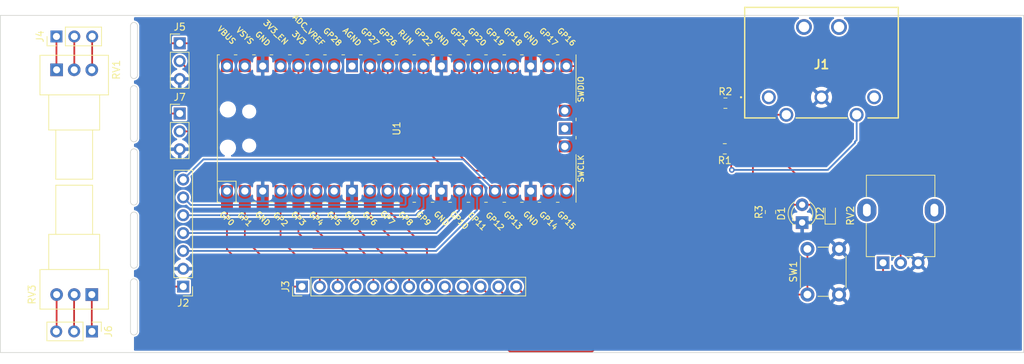
<source format=kicad_pcb>
(kicad_pcb (version 20211014) (generator pcbnew)
  (layers (0 "F.Cu" signal) (31 "B.Cu" signal) (34 "B.Paste" user) (35 "F.Paste" user) (36 "B.SilkS" user "B.Silkscreen") (37 "F.SilkS" user "F.Silkscreen") (38 "B.Mask" user) (39 "F.Mask" user) (44 "Edge.Cuts" user))
  (net 0 "")
  (net 1 "GND")
  (net 2 "Net-(D1-Pad2)")
  (net 5 "Net-(J1-Pad4)")
  (net 6 "Net-(J1-Pad5)")
  (net 7 "/MIDI_out")
  (net 8 "+3V3")
  (net 9 "/rate_led")
  (net 10 "/ADC_pitch")
  (net 11 "/ADC_rate")
  (net 12 "/ADC_mode")
  (net 13 "+5V")
  (net 14 "/oled_din")
  (net 15 "/oled_clk")
  (net 16 "/oled_cs")
  (net 17 "/oled_dc")
  (net 18 "/oled_rst")
  (net 19 "/minitel_kb0")
  (net 20 "/minitel_kb1")
  (net 21 "/minitel_kb2")
  (net 22 "/minitel_kb3")
  (net 23 "/minitel_kb4")
  (net 24 "/minitel_kb5")
  (net 25 "/minitel_kb6")
  (net 26 "/minitel_kb7")
  (net 27 "/minitel_kb8")
  (net 28 "/minitel_kb9")
  (net 29 "/minitel_kb10")
  (net 30 "/minitel_kb11")
  (net 31 "/minitel_kb12")
  (net 32 "/minitel_kb13")
  (net 33 "/minitel_kb14")
  (net 34 "/minitel_kb15")
  (net 43 "Net-(J4-Pad1)")
  (net 44 "Net-(J4-Pad2)")
  (net 45 "Net-(J4-Pad3)")
  (net 46 "Net-(J6-Pad1)")
  (net 47 "Net-(J6-Pad2)")
  (net 48 "Net-(J6-Pad3)")
  (footprint "LED_THT:LED_D3.0mm" (layer "F.Cu") (at 181 60.5 90)
    (fp_text reference "D1" (at 1.27 -2.96 90) (layer "F.SilkS"))
    (fp_text value "LED")
    (pad "1" thru_hole rect (at 0 0 90) (size 1.8 1.8) (drill 0.9) (layers *.Cu *.Mask) (net 1 "GND"))
    (pad "2" thru_hole circle (at 2.54 0 90) (size 1.8 1.8) (drill 0.9) (layers *.Cu *.Mask) (net 2 "Net-(D1-Pad2)"))
  )
  (footprint "Connector_PinHeader_2.54mm:PinHeader_1x03_P2.54mm_Vertical" (layer "F.Cu") (at 92.5 34.975)
    (fp_text reference "J5" (at 0 -2.33) (layer "F.SilkS"))
    (fp_text value "Conn_01x03")
    (pad "1" thru_hole rect (at 0 0) (size 1.7 1.7) (drill 1) (layers *.Cu *.Mask) (net 8 "+3V3"))
    (pad "2" thru_hole oval (at 0 2.54) (size 1.7 1.7) (drill 1) (layers *.Cu *.Mask) (net 10 "/ADC_pitch"))
    (pad "3" thru_hole oval (at 0 5.08) (size 1.7 1.7) (drill 1) (layers *.Cu *.Mask) (net 1 "GND"))
  )
  (footprint "Potentiometer_THT:Potentiometer_Alpha_RD901F-40-00D_Single_Vertical" (layer "F.Cu") (at 192.5 66.225 90)
    (fp_text reference "RV2" (at 6.71 -4.64 90) (layer "F.SilkS"))
    (fp_text value "R_Potentiometer")
    (pad "" thru_hole oval (at 7.5 -2.3 180) (size 2.72 3.24) (drill oval 1.1 1.8) (layers *.Cu *.Mask))
    (pad "" thru_hole oval (at 7.5 7.3 180) (size 2.72 3.24) (drill oval 1.1 1.8) (layers *.Cu *.Mask))
    (pad "1" thru_hole rect (at 0 0 180) (size 1.8 1.8) (drill 1) (layers *.Cu *.Mask) (net 8 "+3V3"))
    (pad "2" thru_hole circle (at 0 2.5 180) (size 1.8 1.8) (drill 1) (layers *.Cu *.Mask) (net 11 "/ADC_rate"))
    (pad "3" thru_hole circle (at 0 5 180) (size 1.8 1.8) (drill 1) (layers *.Cu *.Mask) (net 1 "GND"))
  )
  (footprint "Connector_PinHeader_2.54mm:PinHeader_1x03_P2.54mm_Vertical" (layer "F.Cu") (at 92.5 44.975)
    (fp_text reference "J7" (at 0 -2.33) (layer "F.SilkS"))
    (fp_text value "Conn_01x03")
    (pad "1" thru_hole rect (at 0 0) (size 1.7 1.7) (drill 1) (layers *.Cu *.Mask) (net 8 "+3V3"))
    (pad "2" thru_hole oval (at 0 2.54) (size 1.7 1.7) (drill 1) (layers *.Cu *.Mask) (net 12 "/ADC_mode"))
    (pad "3" thru_hole oval (at 0 5.08) (size 1.7 1.7) (drill 1) (layers *.Cu *.Mask) (net 1 "GND"))
  )
  (footprint "Connector_PinHeader_2.54mm:PinHeader_1x07_P2.54mm_Vertical" (layer "F.Cu") (at 93 69.615 180)
    (fp_text reference "J2" (at 0 -2.33) (layer "F.SilkS"))
    (fp_text value "Conn_01x07_Male")
    (pad "1" thru_hole rect (at 0 0 180) (size 1.7 1.7) (drill 1) (layers *.Cu *.Mask) (net 13 "+5V"))
    (pad "2" thru_hole oval (at 0 2.54 180) (size 1.7 1.7) (drill 1) (layers *.Cu *.Mask) (net 1 "GND"))
    (pad "3" thru_hole oval (at 0 5.08 180) (size 1.7 1.7) (drill 1) (layers *.Cu *.Mask) (net 14 "/oled_din"))
    (pad "4" thru_hole oval (at 0 7.62 180) (size 1.7 1.7) (drill 1) (layers *.Cu *.Mask) (net 15 "/oled_clk"))
    (pad "5" thru_hole oval (at 0 10.16 180) (size 1.7 1.7) (drill 1) (layers *.Cu *.Mask) (net 16 "/oled_cs"))
    (pad "6" thru_hole oval (at 0 12.7 180) (size 1.7 1.7) (drill 1) (layers *.Cu *.Mask) (net 17 "/oled_dc"))
    (pad "7" thru_hole oval (at 0 15.24 180) (size 1.7 1.7) (drill 1) (layers *.Cu *.Mask) (net 18 "/oled_rst"))
  )
  (footprint "Resistor_SMD:R_0805_2012Metric" (layer "F.Cu") (at 170 50 180)
    (fp_text reference "R1" (at 0 -1.65) (layer "F.SilkS"))
    (fp_text value "R")
    (pad "1" smd roundrect (at -0.9125 0 180) (size 1.025 1.4) (layers "F.Cu" "F.Paste" "F.Mask") (roundrect_rratio 0.243902) (net 6 "Net-(J1-Pad5)"))
    (pad "2" smd roundrect (at 0.9125 0 180) (size 1.025 1.4) (layers "F.Cu" "F.Paste" "F.Mask") (roundrect_rratio 0.243902) (net 7 "/MIDI_out"))
  )
  (footprint "LED_SMD:LED_0603_1608Metric" (layer "F.Cu") (at 185 59.225 90)
    (fp_text reference "D2" (at 0 -1.43 90) (layer "F.SilkS"))
    (fp_text value "LED")
    (pad "1" smd roundrect (at -0.7875 0 90) (size 0.875 0.95) (layers "F.Cu" "F.Paste" "F.Mask") (net 1 "GND"))
    (pad "2" smd roundrect (at 0.7875 0 90) (size 0.875 0.95) (layers "F.Cu" "F.Paste" "F.Mask") (net 2 "Net-(D1-Pad2)"))
  )
  (footprint "Potentiometer_THT:Potentiometer_Alps_RK09Y11_Single_Horizontal" (layer "F.Cu") (at 75 38.75 90)
    (fp_text reference "RV1" (at 0 8.5 90) (layer "F.SilkS"))
    (fp_text value "R_Potentiometer")
    (pad "1" thru_hole rect (at 0 0 270) (size 1.8 1.8) (drill 1) (layers *.Cu *.Mask) (net 43 "Net-(J4-Pad1)"))
    (pad "2" thru_hole circle (at 0 2.5 270) (size 1.8 1.8) (drill 1) (layers *.Cu *.Mask) (net 44 "Net-(J4-Pad2)"))
    (pad "3" thru_hole circle (at 0 5 270) (size 1.8 1.8) (drill 1) (layers *.Cu *.Mask) (net 45 "Net-(J4-Pad3)"))
  )
  (footprint "Potentiometer_THT:Potentiometer_Alps_RK09Y11_Single_Horizontal" (layer "F.Cu") (at 80 70.75 -90)
    (fp_text reference "RV3" (at 0 8.5 90) (layer "F.SilkS"))
    (fp_text value "R_Potentiometer")
    (pad "1" thru_hole rect (at 0 0 90) (size 1.8 1.8) (drill 1) (layers *.Cu *.Mask) (net 46 "Net-(J6-Pad1)"))
    (pad "2" thru_hole circle (at 0 2.5 90) (size 1.8 1.8) (drill 1) (layers *.Cu *.Mask) (net 47 "Net-(J6-Pad2)"))
    (pad "3" thru_hole circle (at 0 5 90) (size 1.8 1.8) (drill 1) (layers *.Cu *.Mask) (net 48 "Net-(J6-Pad3)"))
  )
  (footprint "Connector_PinHeader_2.54mm:PinHeader_1x03_P2.54mm_Vertical" (layer "F.Cu") (at 74.975 34 90)
    (fp_text reference "J4" (at 0 -2.33 90) (layer "F.SilkS"))
    (fp_text value "Conn_01x03")
    (pad "1" thru_hole rect (at 0 0 90) (size 1.7 1.7) (drill 1) (layers *.Cu *.Mask) (net 43 "Net-(J4-Pad1)"))
    (pad "2" thru_hole oval (at 0 2.54 90) (size 1.7 1.7) (drill 1) (layers *.Cu *.Mask) (net 44 "Net-(J4-Pad2)"))
    (pad "3" thru_hole oval (at 0 5.08 90) (size 1.7 1.7) (drill 1) (layers *.Cu *.Mask) (net 45 "Net-(J4-Pad3)"))
  )
  (footprint "Resistor_SMD:R_0805_2012Metric" (layer "F.Cu") (at 170.0875 43.5)
    (fp_text reference "R2" (at 0 -1.65) (layer "F.SilkS"))
    (fp_text value "R")
    (pad "1" smd roundrect (at -0.9125 0) (size 1.025 1.4) (layers "F.Cu" "F.Paste" "F.Mask") (roundrect_rratio 0.243902) (net 8 "+3V3"))
    (pad "2" smd roundrect (at 0.9125 0) (size 1.025 1.4) (layers "F.Cu" "F.Paste" "F.Mask") (roundrect_rratio 0.243902) (net 5 "Net-(J1-Pad4)"))
  )
  (footprint "Connector_PinHeader_2.54mm:PinHeader_1x13_P2.54mm_Vertical" (layer "F.Cu") (at 109.88 69.615 90)
    (fp_text reference "J3" (at 0 -2.33 90) (layer "F.SilkS"))
    (fp_text value "Conn_01x17_Male")
    (pad "1" thru_hole rect (at 0 0 90) (size 1.7 1.7) (drill 1) (layers *.Cu *.Mask) (net 19 "/minitel_kb0"))
    (pad "2" thru_hole oval (at 0 2.54 90) (size 1.7 1.7) (drill 1) (layers *.Cu *.Mask) (net 20 "/minitel_kb1"))
    (pad "3" thru_hole oval (at 0 5.08 90) (size 1.7 1.7) (drill 1) (layers *.Cu *.Mask) (net 21 "/minitel_kb2"))
    (pad "4" thru_hole oval (at 0 7.62 90) (size 1.7 1.7) (drill 1) (layers *.Cu *.Mask) (net 22 "/minitel_kb3"))
    (pad "5" thru_hole oval (at 0 10.16 90) (size 1.7 1.7) (drill 1) (layers *.Cu *.Mask) (net 23 "/minitel_kb4"))
    (pad "6" thru_hole oval (at 0 12.7 90) (size 1.7 1.7) (drill 1) (layers *.Cu *.Mask) (net 24 "/minitel_kb5"))
    (pad "7" thru_hole oval (at 0 15.24 90) (size 1.7 1.7) (drill 1) (layers *.Cu *.Mask) (net 25 "/minitel_kb6"))
    (pad "8" thru_hole oval (at 0 17.78 90) (size 1.7 1.7) (drill 1) (layers *.Cu *.Mask) (net 26 "/minitel_kb7"))
    (pad "9" thru_hole oval (at 0 20.32 90) (size 1.7 1.7) (drill 1) (layers *.Cu *.Mask) (net 27 "/minitel_kb8"))
    (pad "10" thru_hole oval (at 0 22.86 90) (size 1.7 1.7) (drill 1) (layers *.Cu *.Mask) (net 28 "/minitel_kb9"))
    (pad "11" thru_hole oval (at 0 25.4 90) (size 1.7 1.7) (drill 1) (layers *.Cu *.Mask) (net 29 "/minitel_kb10"))
    (pad "12" thru_hole oval (at 0 27.94 90) (size 1.7 1.7) (drill 1) (layers *.Cu *.Mask) (net 30 "/minitel_kb11"))
    (pad "13" thru_hole oval (at 0 30.48 90) (size 1.7 1.7) (drill 1) (layers *.Cu *.Mask) (net 31 "/minitel_kb12"))
  )
  (footprint "Connector_PinHeader_2.54mm:PinHeader_1x03_P2.54mm_Vertical" (layer "F.Cu") (at 80.025 76 -90)
    (fp_text reference "J6" (at 0 -2.33 90) (layer "F.SilkS"))
    (fp_text value "Conn_01x03")
    (pad "1" thru_hole rect (at 0 0 270) (size 1.7 1.7) (drill 1) (layers *.Cu *.Mask) (net 46 "Net-(J6-Pad1)"))
    (pad "2" thru_hole oval (at 0 2.54 270) (size 1.7 1.7) (drill 1) (layers *.Cu *.Mask) (net 47 "Net-(J6-Pad2)"))
    (pad "3" thru_hole oval (at 0 5.08 270) (size 1.7 1.7) (drill 1) (layers *.Cu *.Mask) (net 48 "Net-(J6-Pad3)"))
  )
  (footprint "Button_Switch_THT:SW_PUSH_6mm" (layer "F.Cu") (at 181.75 70.75 90)
    (fp_text reference "SW1" (at 3.25 -2 90) (layer "F.SilkS"))
    (fp_text value "SW_Push")
    (pad "1" thru_hole circle (at 0 0 180) (size 2 2) (drill 1.1) (layers *.Cu *.Mask) (net 9 "/rate_led"))
    (pad "1" thru_hole circle (at 6.5 0 180) (size 2 2) (drill 1.1) (layers *.Cu *.Mask) (net 9 "/rate_led"))
    (pad "2" thru_hole circle (at 0 4.5 180) (size 2 2) (drill 1.1) (layers *.Cu *.Mask) (net 1 "GND"))
    (pad "2" thru_hole circle (at 6.5 4.5 180) (size 2 2) (drill 1.1) (layers *.Cu *.Mask) (net 1 "GND"))
  )
  (footprint "Resistor_SMD:R_0805_2012Metric" (layer "F.Cu") (at 176.5 59 90)
    (fp_text reference "R3" (at 0 -1.65 90) (layer "F.SilkS"))
    (fp_text value "R")
    (pad "1" smd roundrect (at -0.9125 0 90) (size 1.025 1.4) (layers "F.Cu" "F.Paste" "F.Mask") (roundrect_rratio 0.243902) (net 9 "/rate_led"))
    (pad "2" smd roundrect (at 0.9125 0 90) (size 1.025 1.4) (layers "F.Cu" "F.Paste" "F.Mask") (roundrect_rratio 0.243902) (net 2 "Net-(D1-Pad2)"))
  )
  (footprint "MCU_RaspberryPi_and_Boards:RPi_Pico_SMD_TH" (layer "F.Cu") (at 123.35 47.115 90)
    (fp_text reference "U1" (at 0 0 90) (layer "F.SilkS"))
    (fp_text value "Pico")
    (fp_text user "GP21" (at 13.054 8.9 135) (layer "F.SilkS") (effects (font (size 0.8 0.8))))
    (fp_text user "GND" (at -12.8 -6.35 135) (layer "F.SilkS") (effects (font (size 0.8 0.8))))
    (fp_text user "GP1" (at -12.9 -21.6 135) (layer "F.SilkS") (effects (font (size 0.8 0.8))))
    (fp_text user "GP6" (at -12.8 -3.81 135) (layer "F.SilkS") (effects (font (size 0.8 0.8))))
    (fp_text user "GP19" (at 13.054 13.97 135) (layer "F.SilkS") (effects (font (size 0.8 0.8))))
    (fp_text user "GP8" (at -12.8 1.27 135) (layer "F.SilkS") (effects (font (size 0.8 0.8))))
    (fp_text user "VSYS" (at 13.2 -21.59 135) (layer "F.SilkS") (effects (font (size 0.8 0.8))))
    (fp_text user "GP18" (at 13.054 16.51 135) (layer "F.SilkS") (effects (font (size 0.8 0.8))))
    (fp_text user "ADC_VREF" (at 14 -12.5 135) (layer "F.SilkS") (effects (font (size 0.8 0.8))))
    (fp_text user "SWCLK" (at -5.7 26.2 90) (layer "F.SilkS") (effects (font (size 0.8 0.8))))
    (fp_text user "GP0" (at -12.8 -24.13 135) (layer "F.SilkS") (effects (font (size 0.8 0.8))))
    (fp_text user "GP16" (at 13.054 24.13 135) (layer "F.SilkS") (effects (font (size 0.8 0.8))))
    (fp_text user "GND" (at 12.8 6.35 135) (layer "F.SilkS") (effects (font (size 0.8 0.8))))
    (fp_text user "GP7" (at -12.7 -1.3 135) (layer "F.SilkS") (effects (font (size 0.8 0.8))))
    (fp_text user "GND" (at -12.8 19.05 135) (layer "F.SilkS") (effects (font (size 0.8 0.8))))
    (fp_text user "GP20" (at 13.054 11.43 135) (layer "F.SilkS") (effects (font (size 0.8 0.8))))
    (fp_text user "GND" (at -12.8 -19.05 135) (layer "F.SilkS") (effects (font (size 0.8 0.8))))
    (fp_text user "GP22" (at 13.054 3.81 135) (layer "F.SilkS") (effects (font (size 0.8 0.8))))
    (fp_text user "SWDIO" (at 5.6 26.2 90) (layer "F.SilkS") (effects (font (size 0.8 0.8))))
    (fp_text user "GP14" (at -13.1 21.59 135) (layer "F.SilkS") (effects (font (size 0.8 0.8))))
    (fp_text user "GP28" (at 13.054 -9.144 135) (layer "F.SilkS") (effects (font (size 0.8 0.8))))
    (fp_text user "GP27" (at 13.054 -3.8 135) (layer "F.SilkS") (effects (font (size 0.8 0.8))))
    (fp_text user "GP9" (at -12.8 3.81 135) (layer "F.SilkS") (effects (font (size 0.8 0.8))))
    (fp_text user "GND" (at -12.8 6.35 135) (layer "F.SilkS") (effects (font (size 0.8 0.8))))
    (fp_text user "AGND" (at 13.054 -6.35 135) (layer "F.SilkS") (effects (font (size 0.8 0.8))))
    (fp_text user "GP11" (at -13.2 11.43 135) (layer "F.SilkS") (effects (font (size 0.8 0.8))))
    (fp_text user "GND" (at 12.8 19.05 135) (layer "F.SilkS") (effects (font (size 0.8 0.8))))
    (fp_text user "GP3" (at -12.8 -13.97 135) (layer "F.SilkS") (effects (font (size 0.8 0.8))))
    (fp_text user "3V3_EN" (at 13.7 -17.2 135) (layer "F.SilkS") (effects (font (size 0.8 0.8))))
    (fp_text user "3V3" (at 12.9 -13.9 135) (layer "F.SilkS") (effects (font (size 0.8 0.8))))
    (fp_text user "GP26" (at 13.054 -1.27 135) (layer "F.SilkS") (effects (font (size 0.8 0.8))))
    (fp_text user "RUN" (at 13 1.27 135) (layer "F.SilkS") (effects (font (size 0.8 0.8))))
    (fp_text user "GP4" (at -12.8 -11.43 135) (layer "F.SilkS") (effects (font (size 0.8 0.8))))
    (fp_text user "GP17" (at 13.054 21.59 135) (layer "F.SilkS") (effects (font (size 0.8 0.8))))
    (fp_text user "GP13" (at -13.054 16.51 135) (layer "F.SilkS") (effects (font (size 0.8 0.8))))
    (fp_text user "VBUS" (at 13.3 -24.2 135) (layer "F.SilkS") (effects (font (size 0.8 0.8))))
    (fp_text user "GP10" (at -13.054 8.89 135) (layer "F.SilkS") (effects (font (size 0.8 0.8))))
    (fp_text user "GP12" (at -13.2 13.97 135) (layer "F.SilkS") (effects (font (size 0.8 0.8))))
    (fp_text user "GP2" (at -12.9 -16.51 135) (layer "F.SilkS") (effects (font (size 0.8 0.8))))
    (fp_text user "GND" (at 12.8 -19.05 135) (layer "F.SilkS") (effects (font (size 0.8 0.8))))
    (fp_text user "GP5" (at -12.8 -8.89 135) (layer "F.SilkS") (effects (font (size 0.8 0.8))))
    (fp_text user "GP15" (at -13.054 24.13 135) (layer "F.SilkS") (effects (font (size 0.8 0.8))))
    (pad "" np_thru_hole oval (at 2.425 -20.97 90) (size 1.5 1.5) (drill 1.5) (layers *.Cu *.Mask))
    (pad "" np_thru_hole oval (at -2.725 -24 90) (size 1.8 1.8) (drill 1.8) (layers *.Cu *.Mask))
    (pad "" np_thru_hole oval (at -2.425 -20.97 90) (size 1.5 1.5) (drill 1.5) (layers *.Cu *.Mask))
    (pad "" np_thru_hole oval (at 2.725 -24 90) (size 1.8 1.8) (drill 1.8) (layers *.Cu *.Mask))
    (pad "1" thru_hole oval (at -8.89 -24.13 90) (size 1.7 1.7) (drill 1.02) (layers *.Cu *.Mask) (net 19 "/minitel_kb0"))
    (pad "1" smd rect (at -8.89 -24.13 90) (size 3.5 1.7) (drill (offset -0.9 0)) (layers "F.Cu" "F.Mask") (net 19 "/minitel_kb0"))
    (pad "2" smd rect (at -8.89 -21.59 90) (size 3.5 1.7) (drill (offset -0.9 0)) (layers "F.Cu" "F.Mask") (net 20 "/minitel_kb1"))
    (pad "2" thru_hole oval (at -8.89 -21.59 90) (size 1.7 1.7) (drill 1.02) (layers *.Cu *.Mask) (net 20 "/minitel_kb1"))
    (pad "3" smd rect (at -8.89 -19.05 90) (size 3.5 1.7) (drill (offset -0.9 0)) (layers "F.Cu" "F.Mask") (net 1 "GND"))
    (pad "3" thru_hole rect (at -8.89 -19.05 90) (size 1.7 1.7) (drill 1.02) (layers *.Cu *.Mask) (net 1 "GND"))
    (pad "4" thru_hole oval (at -8.89 -16.51 90) (size 1.7 1.7) (drill 1.02) (layers *.Cu *.Mask) (net 21 "/minitel_kb2"))
    (pad "4" smd rect (at -8.89 -16.51 90) (size 3.5 1.7) (drill (offset -0.9 0)) (layers "F.Cu" "F.Mask") (net 21 "/minitel_kb2"))
    (pad "5" smd rect (at -8.89 -13.97 90) (size 3.5 1.7) (drill (offset -0.9 0)) (layers "F.Cu" "F.Mask") (net 22 "/minitel_kb3"))
    (pad "5" thru_hole oval (at -8.89 -13.97 90) (size 1.7 1.7) (drill 1.02) (layers *.Cu *.Mask) (net 22 "/minitel_kb3"))
    (pad "6" thru_hole oval (at -8.89 -11.43 90) (size 1.7 1.7) (drill 1.02) (layers *.Cu *.Mask) (net 23 "/minitel_kb4"))
    (pad "6" smd rect (at -8.89 -11.43 90) (size 3.5 1.7) (drill (offset -0.9 0)) (layers "F.Cu" "F.Mask") (net 23 "/minitel_kb4"))
    (pad "7" thru_hole oval (at -8.89 -8.89 90) (size 1.7 1.7) (drill 1.02) (layers *.Cu *.Mask) (net 24 "/minitel_kb5"))
    (pad "7" smd rect (at -8.89 -8.89 90) (size 3.5 1.7) (drill (offset -0.9 0)) (layers "F.Cu" "F.Mask") (net 24 "/minitel_kb5"))
    (pad "8" thru_hole rect (at -8.89 -6.35 90) (size 1.7 1.7) (drill 1.02) (layers *.Cu *.Mask) (net 1 "GND"))
    (pad "8" smd rect (at -8.89 -6.35 90) (size 3.5 1.7) (drill (offset -0.9 0)) (layers "F.Cu" "F.Mask") (net 1 "GND"))
    (pad "9" smd rect (at -8.89 -3.81 90) (size 3.5 1.7) (drill (offset -0.9 0)) (layers "F.Cu" "F.Mask") (net 25 "/minitel_kb6"))
    (pad "9" thru_hole oval (at -8.89 -3.81 90) (size 1.7 1.7) (drill 1.02) (layers *.Cu *.Mask) (net 25 "/minitel_kb6"))
    (pad "10" smd rect (at -8.89 -1.27 90) (size 3.5 1.7) (drill (offset -0.9 0)) (layers "F.Cu" "F.Mask") (net 26 "/minitel_kb7"))
    (pad "10" thru_hole oval (at -8.89 -1.27 90) (size 1.7 1.7) (drill 1.02) (layers *.Cu *.Mask) (net 26 "/minitel_kb7"))
    (pad "11" thru_hole oval (at -8.89 1.27 90) (size 1.7 1.7) (drill 1.02) (layers *.Cu *.Mask) (net 17 "/oled_dc"))
    (pad "11" smd rect (at -8.89 1.27 90) (size 3.5 1.7) (drill (offset -0.9 0)) (layers "F.Cu" "F.Mask") (net 17 "/oled_dc"))
    (pad "12" thru_hole oval (at -8.89 3.81 90) (size 1.7 1.7) (drill 1.02) (layers *.Cu *.Mask) (net 16 "/oled_cs"))
    (pad "12" smd rect (at -8.89 3.81 90) (size 3.5 1.7) (drill (offset -0.9 0)) (layers "F.Cu" "F.Mask") (net 16 "/oled_cs"))
    (pad "13" thru_hole rect (at -8.89 6.35 90) (size 1.7 1.7) (drill 1.02) (layers *.Cu *.Mask) (net 1 "GND"))
    (pad "13" smd rect (at -8.89 6.35 90) (size 3.5 1.7) (drill (offset -0.9 0)) (layers "F.Cu" "F.Mask") (net 1 "GND"))
    (pad "14" smd rect (at -8.89 8.89 90) (size 3.5 1.7) (drill (offset -0.9 0)) (layers "F.Cu" "F.Mask") (net 15 "/oled_clk"))
    (pad "14" thru_hole oval (at -8.89 8.89 90) (size 1.7 1.7) (drill 1.02) (layers *.Cu *.Mask) (net 15 "/oled_clk"))
    (pad "15" thru_hole oval (at -8.89 11.43 90) (size 1.7 1.7) (drill 1.02) (layers *.Cu *.Mask) (net 14 "/oled_din"))
    (pad "15" smd rect (at -8.89 11.43 90) (size 3.5 1.7) (drill (offset -0.9 0)) (layers "F.Cu" "F.Mask") (net 14 "/oled_din"))
    (pad "16" smd rect (at -8.89 13.97 90) (size 3.5 1.7) (drill (offset -0.9 0)) (layers "F.Cu" "F.Mask") (net 18 "/oled_rst"))
    (pad "16" thru_hole oval (at -8.89 13.97 90) (size 1.7 1.7) (drill 1.02) (layers *.Cu *.Mask) (net 18 "/oled_rst"))
    (pad "17" smd rect (at -8.89 16.51 90) (size 3.5 1.7) (drill (offset -0.9 0)) (layers "F.Cu" "F.Mask") (net 32 "/minitel_kb13"))
    (pad "17" thru_hole oval (at -8.89 16.51 90) (size 1.7 1.7) (drill 1.02) (layers *.Cu *.Mask) (net 32 "/minitel_kb13"))
    (pad "18" smd rect (at -8.89 19.05 90) (size 3.5 1.7) (drill (offset -0.9 0)) (layers "F.Cu" "F.Mask") (net 1 "GND"))
    (pad "18" thru_hole rect (at -8.89 19.05 90) (size 1.7 1.7) (drill 1.02) (layers *.Cu *.Mask) (net 1 "GND"))
    (pad "19" smd rect (at -8.89 21.59 90) (size 3.5 1.7) (drill (offset -0.9 0)) (layers "F.Cu" "F.Mask") (net 33 "/minitel_kb14"))
    (pad "19" thru_hole oval (at -8.89 21.59 90) (size 1.7 1.7) (drill 1.02) (layers *.Cu *.Mask) (net 33 "/minitel_kb14"))
    (pad "20" smd rect (at -8.89 24.13 90) (size 3.5 1.7) (drill (offset -0.9 0)) (layers "F.Cu" "F.Mask") (net 34 "/minitel_kb15"))
    (pad "20" thru_hole oval (at -8.89 24.13 90) (size 1.7 1.7) (drill 1.02) (layers *.Cu *.Mask) (net 34 "/minitel_kb15"))
    (pad "21" thru_hole oval (at 8.89 24.13 90) (size 1.7 1.7) (drill 1.02) (layers *.Cu *.Mask) (net 7 "/MIDI_out"))
    (pad "21" smd rect (at 8.89 24.13 90) (size 3.5 1.7) (drill (offset 0.9 0)) (layers "F.Cu" "F.Mask") (net 7 "/MIDI_out"))
    (pad "22" thru_hole oval (at 8.89 21.59 90) (size 1.7 1.7) (drill 1.02) (layers *.Cu *.Mask) (net 9 "/rate_led"))
    (pad "22" smd rect (at 8.89 21.59 90) (size 3.5 1.7) (drill (offset 0.9 0)) (layers "F.Cu" "F.Mask") (net 9 "/rate_led"))
    (pad "23" smd rect (at 8.89 19.05 90) (size 3.5 1.7) (drill (offset 0.9 0)) (layers "F.Cu" "F.Mask") (net 1 "GND"))
    (pad "23" thru_hole rect (at 8.89 19.05 90) (size 1.7 1.7) (drill 1.02) (layers *.Cu *.Mask) (net 1 "GND"))
    (pad "24" thru_hole oval (at 8.89 16.51 90) (size 1.7 1.7) (drill 1.02) (layers *.Cu *.Mask) (net 27 "/minitel_kb8"))
    (pad "24" smd rect (at 8.89 16.51 90) (size 3.5 1.7) (drill (offset 0.9 0)) (layers "F.Cu" "F.Mask") (net 27 "/minitel_kb8"))
    (pad "25" thru_hole oval (at 8.89 13.97 90) (size 1.7 1.7) (drill 1.02) (layers *.Cu *.Mask) (net 28 "/minitel_kb9"))
    (pad "25" smd rect (at 8.89 13.97 90) (size 3.5 1.7) (drill (offset 0.9 0)) (layers "F.Cu" "F.Mask") (net 28 "/minitel_kb9"))
    (pad "26" thru_hole oval (at 8.89 11.43 90) (size 1.7 1.7) (drill 1.02) (layers *.Cu *.Mask) (net 29 "/minitel_kb10"))
    (pad "26" smd rect (at 8.89 11.43 90) (size 3.5 1.7) (drill (offset 0.9 0)) (layers "F.Cu" "F.Mask") (net 29 "/minitel_kb10"))
    (pad "27" thru_hole oval (at 8.89 8.89 90) (size 1.7 1.7) (drill 1.02) (layers *.Cu *.Mask) (net 30 "/minitel_kb11"))
    (pad "27" smd rect (at 8.89 8.89 90) (size 3.5 1.7) (drill (offset 0.9 0)) (layers "F.Cu" "F.Mask") (net 30 "/minitel_kb11"))
    (pad "28" thru_hole rect (at 8.89 6.35 90) (size 1.7 1.7) (drill 1.02) (layers *.Cu *.Mask) (net 1 "GND"))
    (pad "28" smd rect (at 8.89 6.35 90) (size 3.5 1.7) (drill (offset 0.9 0)) (layers "F.Cu" "F.Mask") (net 1 "GND"))
    (pad "29" thru_hole oval (at 8.89 3.81 90) (size 1.7 1.7) (drill 1.02) (layers *.Cu *.Mask) (net 31 "/minitel_kb12"))
    (pad "29" smd rect (at 8.89 3.81 90) (size 3.5 1.7) (drill (offset 0.9 0)) (layers "F.Cu" "F.Mask") (net 31 "/minitel_kb12"))
    (pad "30" smd rect (at 8.89 1.27 90) (size 3.5 1.7) (drill (offset 0.9 0)) (layers "F.Cu" "F.Mask"))
    (pad "30" thru_hole oval (at 8.89 1.27 90) (size 1.7 1.7) (drill 1.02) (layers *.Cu *.Mask))
    (pad "31" smd rect (at 8.89 -1.27 90) (size 3.5 1.7) (drill (offset 0.9 0)) (layers "F.Cu" "F.Mask") (net 12 "/ADC_mode"))
    (pad "31" thru_hole oval (at 8.89 -1.27 90) (size 1.7 1.7) (drill 1.02) (layers *.Cu *.Mask) (net 12 "/ADC_mode"))
    (pad "32" smd rect (at 8.89 -3.81 90) (size 3.5 1.7) (drill (offset 0.9 0)) (layers "F.Cu" "F.Mask") (net 10 "/ADC_pitch"))
    (pad "32" thru_hole oval (at 8.89 -3.81 90) (size 1.7 1.7) (drill 1.02) (layers *.Cu *.Mask) (net 10 "/ADC_pitch"))
    (pad "33" thru_hole rect (at 8.89 -6.35 90) (size 1.7 1.7) (drill 1.02) (layers *.Cu *.Mask))
    (pad "33" smd rect (at 8.89 -6.35 90) (size 3.5 1.7) (drill (offset 0.9 0)) (layers "F.Cu" "F.Mask"))
    (pad "34" thru_hole oval (at 8.89 -8.89 90) (size 1.7 1.7) (drill 1.02) (layers *.Cu *.Mask) (net 11 "/ADC_rate"))
    (pad "34" smd rect (at 8.89 -8.89 90) (size 3.5 1.7) (drill (offset 0.9 0)) (layers "F.Cu" "F.Mask") (net 11 "/ADC_rate"))
    (pad "35" smd rect (at 8.89 -11.43 90) (size 3.5 1.7) (drill (offset 0.9 0)) (layers "F.Cu" "F.Mask"))
    (pad "35" thru_hole oval (at 8.89 -11.43 90) (size 1.7 1.7) (drill 1.02) (layers *.Cu *.Mask))
    (pad "36" smd rect (at 8.89 -13.97 90) (size 3.5 1.7) (drill (offset 0.9 0)) (layers "F.Cu" "F.Mask") (net 8 "+3V3"))
    (pad "36" thru_hole oval (at 8.89 -13.97 90) (size 1.7 1.7) (drill 1.02) (layers *.Cu *.Mask) (net 8 "+3V3"))
    (pad "37" thru_hole oval (at 8.89 -16.51 90) (size 1.7 1.7) (drill 1.02) (layers *.Cu *.Mask))
    (pad "37" smd rect (at 8.89 -16.51 90) (size 3.5 1.7) (drill (offset 0.9 0)) (layers "F.Cu" "F.Mask"))
    (pad "38" smd rect (at 8.89 -19.05 90) (size 3.5 1.7) (drill (offset 0.9 0)) (layers "F.Cu" "F.Mask") (net 1 "GND"))
    (pad "38" thru_hole rect (at 8.89 -19.05 90) (size 1.7 1.7) (drill 1.02) (layers *.Cu *.Mask) (net 1 "GND"))
    (pad "39" smd rect (at 8.89 -21.59 90) (size 3.5 1.7) (drill (offset 0.9 0)) (layers "F.Cu" "F.Mask"))
    (pad "39" thru_hole oval (at 8.89 -21.59 90) (size 1.7 1.7) (drill 1.02) (layers *.Cu *.Mask))
    (pad "40" thru_hole oval (at 8.89 -24.13 90) (size 1.7 1.7) (drill 1.02) (layers *.Cu *.Mask) (net 13 "+5V"))
    (pad "40" smd rect (at 8.89 -24.13 90) (size 3.5 1.7) (drill (offset 0.9 0)) (layers "F.Cu" "F.Mask") (net 13 "+5V"))
    (pad "41" thru_hole oval (at -2.54 23.9 90) (size 1.7 1.7) (drill 1.02) (layers *.Cu *.Mask))
    (pad "41" smd rect (at -2.54 23.9 180) (size 3.5 1.7) (drill (offset -0.9 0)) (layers "F.Cu" "F.Mask"))
    (pad "42" thru_hole rect (at 0 23.9 90) (size 1.7 1.7) (drill 1.02) (layers *.Cu *.Mask))
    (pad "42" smd rect (at 0 23.9 180) (size 3.5 1.7) (drill (offset -0.9 0)) (layers "F.Cu" "F.Mask"))
    (pad "43" thru_hole oval (at 2.54 23.9 90) (size 1.7 1.7) (drill 1.02) (layers *.Cu *.Mask))
    (pad "43" smd rect (at 2.54 23.9 180) (size 3.5 1.7) (drill (offset -0.9 0)) (layers "F.Cu" "F.Mask"))
  )
  (footprint "KiCad:52120441" (layer "F.Cu") (at 176.26 42.66 180)
    (fp_text reference "J1" (at -7.49 4.66) (layer "F.SilkS") (effects (font (size 1.27 1.27) (thickness 0.254))))
    (fp_text value "DIN-5_180degree" hide)
    (pad "1" thru_hole circle (at 0 0 180) (size 1.98 1.98) (drill 1.32) (layers *.Cu *.Mask))
    (pad "2" thru_hole circle (at -7.49 0 180) (size 1.98 1.98) (drill 1.32) (layers *.Cu *.Mask) (net 1 "GND"))
    (pad "3" thru_hole circle (at -14.98 0 180) (size 1.98 1.98) (drill 1.32) (layers *.Cu *.Mask))
    (pad "4" thru_hole circle (at -2.49 -2.49 180) (size 1.98 1.98) (drill 1.32) (layers *.Cu *.Mask) (net 5 "Net-(J1-Pad4)"))
    (pad "5" thru_hole circle (at -12.49 -2.49 180) (size 1.98 1.98) (drill 1.32) (layers *.Cu *.Mask) (net 6 "Net-(J1-Pad5)"))
    (pad "G1" thru_hole circle (at -5 10.01 180) (size 2.25 2.25) (drill 1.5) (layers *.Cu *.Mask))
    (pad "G2" thru_hole circle (at -9.98 10.01 180) (size 2.25 2.25) (drill 1.5) (layers *.Cu *.Mask))
  )
  (gr_line (start 85.5 66.5) (end 85.5 59.5) (layer "Edge.Cuts") (width 0.1))
  (gr_line (start 85.5 76) (end 85.5 69) (layer "Edge.Cuts") (width 0.1))
  (gr_line (start 85.5 39.5) (end 85.5 32.5) (layer "Edge.Cuts") (width 0.1))
  (gr_arc (start 86.5 39.5) (mid 86 40) (end 85.5 39.5) (layer "Edge.Cuts") (width 0.1))
  (gr_arc (start 85.5 59.5) (mid 86 59) (end 86.5 59.5) (layer "Edge.Cuts") (width 0.1))
  (gr_line (start 86.5 50.5) (end 86.5 57.5) (layer "Edge.Cuts") (width 0.1))
  (gr_line (start 85.5 57.5) (end 85.5 50.5) (layer "Edge.Cuts") (width 0.1))
  (gr_rect (start 67 31) (end 212.5 79) (layer "Edge.Cuts") (width 0.1) (fill none))
  (gr_arc (start 85.5 50.5) (mid 86 50) (end 86.5 50.5) (layer "Edge.Cuts") (width 0.1))
  (gr_arc (start 86.5 76) (mid 86 76.5) (end 85.5 76) (layer "Edge.Cuts") (width 0.1))
  (gr_line (start 86.5 32.5) (end 86.5 39.5) (layer "Edge.Cuts") (width 0.1))
  (gr_line (start 86.5 41.5) (end 86.5 48.5) (layer "Edge.Cuts") (width 0.1))
  (gr_arc (start 86.5 66.5) (mid 86 67) (end 85.5 66.5) (layer "Edge.Cuts") (width 0.1))
  (gr_arc (start 85.5 41.5) (mid 86 41) (end 86.5 41.5) (layer "Edge.Cuts") (width 0.1))
  (gr_line (start 86.5 59.5) (end 86.5 66.5) (layer "Edge.Cuts") (width 0.1))
  (gr_line (start 86.5 69) (end 86.5 76) (layer "Edge.Cuts") (width 0.1))
  (gr_line (start 85.5 48.5) (end 85.5 41.5) (layer "Edge.Cuts") (width 0.1))
  (gr_arc (start 86.5 57.5) (mid 86 58) (end 85.5 57.5) (layer "Edge.Cuts") (width 0.1))
  (gr_arc (start 86.5 48.5) (mid 86 49) (end 85.5 48.5) (layer "Edge.Cuts") (width 0.1))
  (gr_arc (start 85.5 32.5) (mid 86 32) (end 86.5 32.5) (layer "Edge.Cuts") (width 0.1))
  (gr_arc (start 85.5 69) (mid 86 68.5) (end 86.5 69) (layer "Edge.Cuts") (width 0.1))
  (segment (start 184.5125 60.5) (end 185 60.0125) (width 0.25) (layer "F.Cu") (net 1))
  (segment (start 181 60.5) (end 184.5125 60.5) (width 0.25) (layer "F.Cu") (net 1))
  (segment (start 185 58.4375) (end 184.5225 57.96) (width 0.25) (layer "F.Cu") (net 2))
  (segment (start 184.5225 57.96) (end 181 57.96) (width 0.25) (layer "F.Cu") (net 2))
  (segment (start 176.6275 57.96) (end 181 57.96) (width 0.25) (layer "F.Cu") (net 2))
  (segment (start 176.5 58.0875) (end 176.6275 57.96) (width 0.25) (layer "F.Cu") (net 2))
  (segment (start 173 43.5) (end 174.65 45.15) (width 0.25) (layer "F.Cu") (net 5))
  (segment (start 171 43.5) (end 173 43.5) (width 0.25) (layer "F.Cu") (net 5))
  (segment (start 174.65 45.15) (end 178.75 45.15) (width 0.25) (layer "F.Cu") (net 5))
  (segment (start 170.9125 50) (end 170.9125 52.9125) (width 0.25) (layer "F.Cu") (net 6))
  (segment (start 170.9125 52.9125) (end 171 53) (width 0.25) (layer "F.Cu") (net 6))
  (via (at 171 53) (size 0.8) (drill 0.4) (layers "F.Cu" "B.Cu") (net 6))
  (segment (start 188.5 49.15) (end 188.5 49) (width 0.25) (layer "B.Cu") (net 6))
  (segment (start 171 53) (end 184.65 53) (width 0.25) (layer "B.Cu") (net 6))
  (segment (start 184.65 53) (end 188.5 49.15) (width 0.25) (layer "B.Cu") (net 6))
  (segment (start 188.5 49) (end 188.75 48.75) (width 0.25) (layer "B.Cu") (net 6))
  (segment (start 188.75 48.75) (end 188.75 45.15) (width 0.25) (layer "B.Cu") (net 6))
  (segment (start 166.5 50) (end 169.0875 50) (width 0.25) (layer "F.Cu") (net 7))
  (segment (start 160.725 38.225) (end 164.5 42) (width 0.25) (layer "F.Cu") (net 7))
  (segment (start 164.5 48) (end 166.5 50) (width 0.25) (layer "F.Cu") (net 7))
  (segment (start 164.5 42) (end 164.5 48) (width 0.25) (layer "F.Cu") (net 7))
  (segment (start 147.48 38.225) (end 160.725 38.225) (width 0.25) (layer "F.Cu") (net 7))
  (segment (start 91.025 34.975) (end 90 36) (width 0.25) (layer "F.Cu") (net 8))
  (segment (start 204 47) (end 198 41) (width 0.25) (layer "F.Cu") (net 8))
  (segment (start 109.38 38.225) (end 109.38 39.62) (width 0.25) (layer "F.Cu") (net 8))
  (segment (start 192.5 69) (end 195.5 72) (width 0.25) (layer "F.Cu") (net 8))
  (segment (start 109.38 34.62) (end 112 32) (width 0.25) (layer "F.Cu") (net 8))
  (segment (start 112 32) (end 166 32) (width 0.25) (layer "F.Cu") (net 8))
  (segment (start 96.5 36.5) (end 94.975 34.975) (width 0.25) (layer "F.Cu") (net 8))
  (segment (start 204 69.5) (end 204 47) (width 0.25) (layer "F.Cu") (net 8))
  (segment (start 92.5 34.975) (end 91.025 34.975) (width 0.25) (layer "F.Cu") (net 8))
  (segment (start 90 36) (end 90 44) (width 0.25) (layer "F.Cu") (net 8))
  (segment (start 109.38 38.225) (end 109.38 34.62) (width 0.25) (layer "F.Cu") (net 8))
  (segment (start 109.38 39.62) (end 108 41) (width 0.25) (layer "F.Cu") (net 8))
  (segment (start 169.175 43.5) (end 169.175 35.175) (width 0.25) (layer "F.Cu") (net 8))
  (segment (start 166 32) (end 169.175 35.175) (width 0.25) (layer "F.Cu") (net 8))
  (segment (start 201.5 72) (end 204 69.5) (width 0.25) (layer "F.Cu") (net 8))
  (segment (start 94.975 34.975) (end 92.5 34.975) (width 0.25) (layer "F.Cu") (net 8))
  (segment (start 198 41) (end 171.675 41) (width 0.25) (layer "F.Cu") (net 8))
  (segment (start 195.5 72) (end 201.5 72) (width 0.25) (layer "F.Cu") (net 8))
  (segment (start 96.5 39) (end 96.5 36.5) (width 0.25) (layer "F.Cu") (net 8))
  (segment (start 192.5 66.225) (end 192.5 69) (width 0.25) (layer "F.Cu") (net 8))
  (segment (start 91 45) (end 91.025 44.975) (width 0.25) (layer "F.Cu") (net 8))
  (segment (start 90 44) (end 91 45) (width 0.25) (layer "F.Cu") (net 8))
  (segment (start 98.5 41) (end 96.5 39) (width 0.25) (layer "F.Cu") (net 8))
  (segment (start 91.025 44.975) (end 92.5 44.975) (width 0.25) (layer "F.Cu") (net 8))
  (segment (start 171.675 41) (end 169.175 43.5) (width 0.25) (layer "F.Cu") (net 8))
  (segment (start 108 41) (end 98.5 41) (width 0.25) (layer "F.Cu") (net 8))
  (segment (start 181.75 70.75) (end 179.25 70.75) (width 0.25) (layer "F.Cu") (net 9))
  (segment (start 176 60) (end 174 58) (width 0.25) (layer "F.Cu") (net 9))
  (segment (start 176.5 68) (end 176.5 59.9125) (width 0.25) (layer "F.Cu") (net 9))
  (segment (start 165.5 45.5) (end 167.5 47.5) (width 0.25) (layer "F.Cu") (net 9))
  (segment (start 172 47.5) (end 174 49.5) (width 0.25) (layer "F.Cu") (net 9))
  (segment (start 144.94 38.225) (end 144.94 35.06) (width 0.25) (layer "F.Cu") (net 9))
  (segment (start 179.25 70.75) (end 176.5 68) (width 0.25) (layer "F.Cu") (net 9))
  (segment (start 174 49.5) (end 174 58) (width 0.25) (layer "F.Cu") (net 9))
  (segment (start 176.5 59.9125) (end 176.5 60) (width 0.25) (layer "F.Cu") (net 9))
  (segment (start 167.5 47.5) (end 172 47.5) (width 0.25) (layer "F.Cu") (net 9))
  (segment (start 146 34) (end 160.5 34) (width 0.25) (layer "F.Cu") (net 9))
  (segment (start 165.5 39) (end 165.5 45.5) (width 0.25) (layer "F.Cu") (net 9))
  (segment (start 181.75 64.25) (end 181.75 70.75) (width 0.25) (layer "F.Cu") (net 9))
  (segment (start 160.5 34) (end 165.5 39) (width 0.25) (layer "F.Cu") (net 9))
  (segment (start 144.94 35.06) (end 146 34) (width 0.25) (layer "F.Cu") (net 9))
  (segment (start 176.5 60) (end 176 60) (width 0.25) (layer "F.Cu") (net 9))
  (segment (start 116.5 42.5) (end 119.54 39.46) (width 0.25) (layer "F.Cu") (net 10))
  (segment (start 92.5 37.515) (end 97.485 42.5) (width 0.25) (layer "F.Cu") (net 10))
  (segment (start 119.54 39.46) (end 119.54 38.225) (width 0.25) (layer "F.Cu") (net 10))
  (segment (start 97.485 42.5) (end 116.5 42.5) (width 0.25) (layer "F.Cu") (net 10))
  (segment (start 164.5 34.5) (end 167 37) (width 0.25) (layer "F.Cu") (net 11))
  (segment (start 180.5 54) (end 192.5 54) (width 0.25) (layer "F.Cu") (net 11))
  (segment (start 192.5 54) (end 195 56.5) (width 0.25) (layer "F.Cu") (net 11))
  (segment (start 168.425336 45.925336) (end 172.425336 45.925336) (width 0.25) (layer "F.Cu") (net 11))
  (segment (start 162.5 33) (end 164 34.5) (width 0.25) (layer "F.Cu") (net 11))
  (segment (start 172.425336 45.925336) (end 180.5 54) (width 0.25) (layer "F.Cu") (net 11))
  (segment (start 167 44.5) (end 168.425336 45.925336) (width 0.25) (layer "F.Cu") (net 11))
  (segment (start 195 56.5) (end 195 66.225) (width 0.25) (layer "F.Cu") (net 11))
  (segment (start 114.46 38.225) (end 114.46 36.615) (width 0.25) (layer "F.Cu") (net 11))
  (segment (start 167 37) (end 167 44.5) (width 0.25) (layer "F.Cu") (net 11))
  (segment (start 114.46 36.615) (end 118.075 33) (width 0.25) (layer "F.Cu") (net 11))
  (segment (start 164 34.5) (end 164.5 34.5) (width 0.25) (layer "F.Cu") (net 11))
  (segment (start 118.075 33) (end 162.5 33) (width 0.25) (layer "F.Cu") (net 11))
  (segment (start 113.985 47.515) (end 122.08 39.42) (width 0.25) (layer "F.Cu") (net 12))
  (segment (start 92.5 47.515) (end 113.985 47.515) (width 0.25) (layer "F.Cu") (net 12))
  (segment (start 122.08 39.42) (end 122.08 38.225) (width 0.25) (layer "F.Cu") (net 12))
  (segment (start 99.22 34.72) (end 99.22 38.225) (width 0.25) (layer "F.Cu") (net 13))
  (segment (start 89.5 32) (end 96.5 32) (width 0.25) (layer "F.Cu") (net 13))
  (segment (start 88.5 33) (end 89.5 32) (width 0.25) (layer "F.Cu") (net 13))
  (segment (start 96.5 32) (end 99.22 34.72) (width 0.25) (layer "F.Cu") (net 13))
  (segment (start 88.5 67.5) (end 88.5 33) (width 0.25) (layer "F.Cu") (net 13))
  (segment (start 93 69.615) (end 90.615 69.615) (width 0.25) (layer "F.Cu") (net 13))
  (segment (start 90.615 69.615) (end 88.5 67.5) (width 0.25) (layer "F.Cu") (net 13))
  (segment (start 134.78 58.72) (end 134.78 56.005) (width 0.25) (layer "B.Cu") (net 14))
  (segment (start 93 64.535) (end 128.965 64.535) (width 0.25) (layer "B.Cu") (net 14))
  (segment (start 128.965 64.535) (end 134.78 58.72) (width 0.25) (layer "B.Cu") (net 14))
  (segment (start 129.005 61.995) (end 132.24 58.76) (width 0.25) (layer "B.Cu") (net 15))
  (segment (start 132.24 58.76) (end 132.24 56.005) (width 0.25) (layer "B.Cu") (net 15))
  (segment (start 93 61.995) (end 129.005 61.995) (width 0.25) (layer "B.Cu") (net 15))
  (segment (start 127.16 58.34) (end 127.16 56.005) (width 0.25) (layer "B.Cu") (net 16))
  (segment (start 126.045 59.455) (end 127.16 58.34) (width 0.25) (layer "B.Cu") (net 16))
  (segment (start 93 59.455) (end 126.045 59.455) (width 0.25) (layer "B.Cu") (net 16))
  (segment (start 94.085 58) (end 124.5 58) (width 0.25) (layer "B.Cu") (net 17))
  (segment (start 124.5 58) (end 124.62 57.88) (width 0.25) (layer "B.Cu") (net 17))
  (segment (start 124.62 57.88) (end 124.62 56.005) (width 0.25) (layer "B.Cu") (net 17))
  (segment (start 93 56.915) (end 94.085 58) (width 0.25) (layer "B.Cu") (net 17))
  (segment (start 132.815 51.5) (end 137.32 56.005) (width 0.25) (layer "B.Cu") (net 18))
  (segment (start 95.875 51.5) (end 132.815 51.5) (width 0.25) (layer "B.Cu") (net 18))
  (segment (start 93 54.375) (end 95.875 51.5) (width 0.25) (layer "B.Cu") (net 18))
  (segment (start 104.5 69.615) (end 109.88 69.615) (width 0.25) (layer "F.Cu") (net 19))
  (segment (start 99.22 64.335) (end 104.5 69.615) (width 0.25) (layer "F.Cu") (net 19))
  (segment (start 99.22 56.005) (end 99.22 64.335) (width 0.25) (layer "F.Cu") (net 19))
  (segment (start 101.76 62.875) (end 106 67.115) (width 0.25) (layer "F.Cu") (net 20))
  (segment (start 112.42 67.535) (end 112.42 69.615) (width 0.25) (layer "F.Cu") (net 20))
  (segment (start 112 67.115) (end 112.42 67.535) (width 0.25) (layer "F.Cu") (net 20))
  (segment (start 106 67.115) (end 112 67.115) (width 0.25) (layer "F.Cu") (net 20))
  (segment (start 101.76 56.005) (end 101.76 62.875) (width 0.25) (layer "F.Cu") (net 20))
  (segment (start 106.84 62.955) (end 109.5 65.615) (width 0.25) (layer "F.Cu") (net 21))
  (segment (start 114.5 65.615) (end 114.96 66.075) (width 0.25) (layer "F.Cu") (net 21))
  (segment (start 109.5 65.615) (end 114.5 65.615) (width 0.25) (layer "F.Cu") (net 21))
  (segment (start 106.84 56.005) (end 106.84 62.955) (width 0.25) (layer "F.Cu") (net 21))
  (segment (start 114.96 66.075) (end 114.96 69.615) (width 0.25) (layer "F.Cu") (net 21))
  (segment (start 117.5 66.115) (end 117.5 69.615) (width 0.25) (layer "F.Cu") (net 22))
  (segment (start 115.5 64.115) (end 117.5 66.115) (width 0.25) (layer "F.Cu") (net 22))
  (segment (start 109.38 61.995) (end 111.5 64.115) (width 0.25) (layer "F.Cu") (net 22))
  (segment (start 109.38 56.005) (end 109.38 61.995) (width 0.25) (layer "F.Cu") (net 22))
  (segment (start 111.5 64.115) (end 115.5 64.115) (width 0.25) (layer "F.Cu") (net 22))
  (segment (start 111.92 56.005) (end 111.92 61.535) (width 0.25) (layer "F.Cu") (net 23))
  (segment (start 111.92 61.535) (end 113 62.615) (width 0.25) (layer "F.Cu") (net 23))
  (segment (start 116.5 62.615) (end 120.04 66.155) (width 0.25) (layer "F.Cu") (net 23))
  (segment (start 120.04 66.155) (end 120.04 69.615) (width 0.25) (layer "F.Cu") (net 23))
  (segment (start 113 62.615) (end 116.5 62.615) (width 0.25) (layer "F.Cu") (net 23))
  (segment (start 115 61.115) (end 117.5 61.115) (width 0.25) (layer "F.Cu") (net 24))
  (segment (start 117.5 61.115) (end 122.58 66.195) (width 0.25) (layer "F.Cu") (net 24))
  (segment (start 114.46 56.005) (end 114.46 60.575) (width 0.25) (layer "F.Cu") (net 24))
  (segment (start 122.58 66.195) (end 122.58 69.615) (width 0.25) (layer "F.Cu") (net 24))
  (segment (start 114.46 60.575) (end 115 61.115) (width 0.25) (layer "F.Cu") (net 24))
  (segment (start 125.12 65.235) (end 125.12 69.615) (width 0.25) (layer "F.Cu") (net 25))
  (segment (start 119.54 56.005) (end 119.54 59.655) (width 0.25) (layer "F.Cu") (net 25))
  (segment (start 119.54 59.655) (end 125.12 65.235) (width 0.25) (layer "F.Cu") (net 25))
  (segment (start 122.08 56.005) (end 122.08 58.695) (width 0.25) (layer "F.Cu") (net 26))
  (segment (start 127.66 64.275) (end 127.66 69.615) (width 0.25) (layer "F.Cu") (net 26))
  (segment (start 122.08 58.695) (end 127.66 64.275) (width 0.25) (layer "F.Cu") (net 26))
  (segment (start 159.5 70.5) (end 159.5 44.5) (width 0.25) (layer "F.Cu") (net 27))
  (segment (start 159.5 44.5) (end 155.5 40.5) (width 0.25) (layer "F.Cu") (net 27))
  (segment (start 139.46 78.875) (end 151.125 78.875) (width 0.25) (layer "F.Cu") (net 27))
  (segment (start 140.5 40.5) (end 139.86 39.86) (width 0.25) (layer "F.Cu") (net 27))
  (segment (start 139.86 39.86) (end 139.86 38.225) (width 0.25) (layer "F.Cu") (net 27))
  (segment (start 155.5 40.5) (end 140.5 40.5) (width 0.25) (layer "F.Cu") (net 27))
  (segment (start 130.2 69.615) (end 139.46 78.875) (width 0.25) (layer "F.Cu") (net 27))
  (segment (start 151.125 78.875) (end 159.5 70.5) (width 0.25) (layer "F.Cu") (net 27))
  (segment (start 132.74 69.615) (end 140.125 77) (width 0.25) (layer "F.Cu") (net 28))
  (segment (start 139 42.5) (end 137 40.5) (width 0.25) (layer "F.Cu") (net 28))
  (segment (start 137 38.545) (end 137.32 38.225) (width 0.25) (layer "F.Cu") (net 28))
  (segment (start 149.5 77) (end 157 69.5) (width 0.25) (layer "F.Cu") (net 28))
  (segment (start 157 47) (end 152.5 42.5) (width 0.25) (layer "F.Cu") (net 28))
  (segment (start 157 69.5) (end 157 47) (width 0.25) (layer "F.Cu") (net 28))
  (segment (start 152.5 42.5) (end 139 42.5) (width 0.25) (layer "F.Cu") (net 28))
  (segment (start 137 40.5) (end 137 38.545) (width 0.25) (layer "F.Cu") (net 28))
  (segment (start 140.125 77) (end 149.5 77) (width 0.25) (layer "F.Cu") (net 28))
  (segment (start 148 75.115) (end 154 69.115) (width 0.25) (layer "F.Cu") (net 29))
  (segment (start 150.5 51.5) (end 138.5 51.5) (width 0.25) (layer "F.Cu") (net 29))
  (segment (start 135.28 69.615) (end 140.78 75.115) (width 0.25) (layer "F.Cu") (net 29))
  (segment (start 154 55) (end 150.5 51.5) (width 0.25) (layer "F.Cu") (net 29))
  (segment (start 140.78 75.115) (end 148 75.115) (width 0.25) (layer "F.Cu") (net 29))
  (segment (start 138.5 51.5) (end 134.78 47.78) (width 0.25) (layer "F.Cu") (net 29))
  (segment (start 154 69.115) (end 154 55) (width 0.25) (layer "F.Cu") (net 29))
  (segment (start 134.78 47.78) (end 134.78 38.225) (width 0.25) (layer "F.Cu") (net 29))
  (segment (start 132.24 50.855) (end 132.24 38.225) (width 0.25) (layer "F.Cu") (net 30))
  (segment (start 152 68.115) (end 152 55.615) (width 0.25) (layer "F.Cu") (net 30))
  (segment (start 147 73.115) (end 152 68.115) (width 0.25) (layer "F.Cu") (net 30))
  (segment (start 152 55.615) (end 149.5 53.115) (width 0.25) (layer "F.Cu") (net 30))
  (segment (start 141 73.115) (end 147 73.115) (width 0.25) (layer "F.Cu") (net 30))
  (segment (start 149.5 53.115) (end 134.5 53.115) (width 0.25) (layer "F.Cu") (net 30))
  (segment (start 137.5 69.615) (end 141 73.115) (width 0.25) (layer "F.Cu") (net 30))
  (segment (start 137.82 69.615) (end 137.5 69.615) (width 0.25) (layer "F.Cu") (net 30))
  (segment (start 134.5 53.115) (end 132.24 50.855) (width 0.25) (layer "F.Cu") (net 30))
  (segment (start 150 55.115) (end 150 67.615) (width 0.25) (layer "F.Cu") (net 31))
  (segment (start 150 67.615) (end 146 71.615) (width 0.25) (layer "F.Cu") (net 31))
  (segment (start 146 71.615) (end 142.36 71.615) (width 0.25) (layer "F.Cu") (net 31))
  (segment (start 149 54.115) (end 150 55.115) (width 0.25) (layer "F.Cu") (net 31))
  (segment (start 127.16 49.775) (end 131.5 54.115) (width 0.25) (layer "F.Cu") (net 31))
  (segment (start 131.5 54.115) (end 149 54.115) (width 0.25) (layer "F.Cu") (net 31))
  (segment (start 127.16 38.225) (end 127.16 49.775) (width 0.25) (layer "F.Cu") (net 31))
  (segment (start 142.36 71.615) (end 140.36 69.615) (width 0.25) (layer "F.Cu") (net 31))
  (segment (start 74.975 34) (end 74.975 38.725) (width 0.25) (layer "F.Cu") (net 43))
  (segment (start 74.975 38.725) (end 75 38.75) (width 0.25) (layer "F.Cu") (net 43))
  (segment (start 77.515 34) (end 77.515 38.735) (width 0.25) (layer "F.Cu") (net 44))
  (segment (start 77.515 38.735) (end 77.5 38.75) (width 0.25) (layer "F.Cu") (net 44))
  (segment (start 80.055 34) (end 80.055 38.695) (width 0.25) (layer "F.Cu") (net 45))
  (segment (start 80.055 38.695) (end 80 38.75) (width 0.25) (layer "F.Cu") (net 45))
  (segment (start 80 70.75) (end 80 75.975) (width 0.25) (layer "F.Cu") (net 46))
  (segment (start 80 75.975) (end 80.025 76) (width 0.25) (layer "F.Cu") (net 46))
  (segment (start 77.485 76) (end 77.485 70.765) (width 0.25) (layer "F.Cu") (net 47))
  (segment (start 77.485 70.765) (end 77.5 70.75) (width 0.25) (layer "F.Cu") (net 47))
  (segment (start 75 70.75) (end 75 75.945) (width 0.25) (layer "F.Cu") (net 48))
  (segment (start 75 75.945) (end 74.945 76) (width 0.25) (layer "F.Cu") (net 48))
  (zone (net 1) (net_name "GND") (layer "B.Cu") (connect_pads (clearance 0.254)) (min_thickness 0.254) (fill yes (thermal_gap 0.508) (thermal_bridge_width 0.508))
    (polygon (pts (xy 212.5 79) (xy 86 79) (xy 86 31) (xy 212.5 31)))
  )
)
</source>
